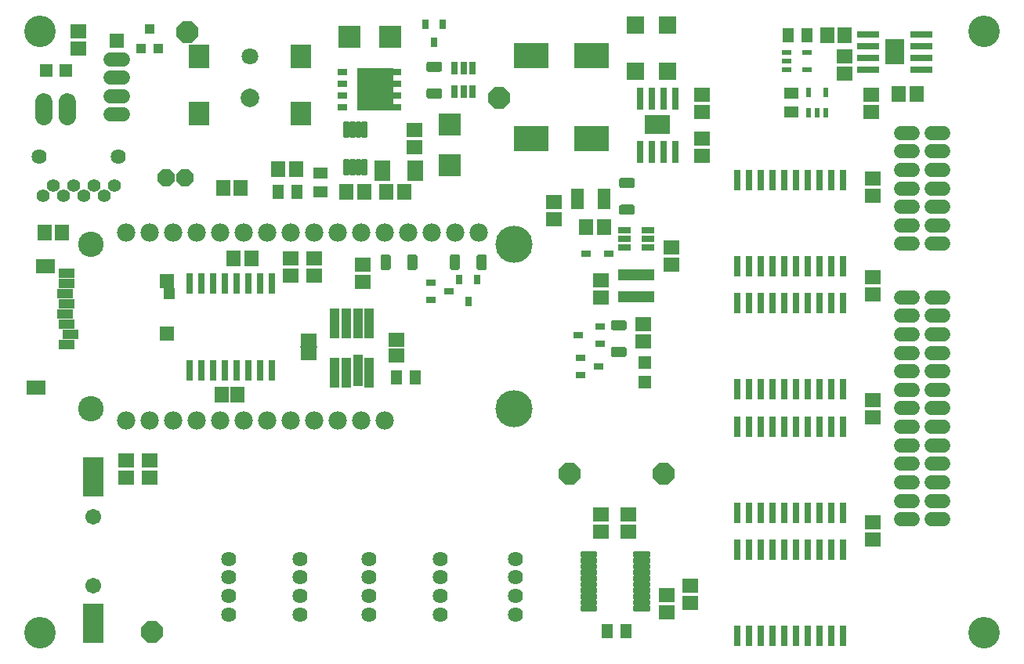
<source format=gbr>
G04 EAGLE Gerber RS-274X export*
G75*
%MOMM*%
%FSLAX34Y34*%
%LPD*%
%INSoldermask Top*%
%IPPOS*%
%AMOC8*
5,1,8,0,0,1.08239X$1,22.5*%
G01*
%ADD10C,3.403200*%
%ADD11R,1.703200X1.503200*%
%ADD12R,1.003200X1.103200*%
%ADD13C,1.853200*%
%ADD14C,2.743200*%
%ADD15C,4.013200*%
%ADD16C,1.981200*%
%ADD17R,1.625600X1.625600*%
%ADD18C,1.511200*%
%ADD19R,1.603200X1.303200*%
%ADD20R,1.303200X1.603200*%
%ADD21R,2.203200X2.603200*%
%ADD22C,1.803200*%
%ADD23C,2.003200*%
%ADD24R,0.736600X2.184400*%
%ADD25R,1.503200X1.703200*%
%ADD26C,1.703200*%
%ADD27R,2.203200X4.203200*%
%ADD28R,1.403200X1.403200*%
%ADD29R,1.348800X0.800300*%
%ADD30R,3.903200X1.183200*%
%ADD31R,1.003200X0.803200*%
%ADD32R,1.443200X2.223200*%
%ADD33R,0.803200X2.203200*%
%ADD34R,0.653200X2.353200*%
%ADD35R,2.744400X1.993600*%
%ADD36R,3.703200X2.703200*%
%ADD37R,1.853200X1.853200*%
%ADD38R,2.353200X0.653200*%
%ADD39R,1.993600X2.744400*%
%ADD40R,0.603200X1.003200*%
%ADD41R,1.003200X0.603200*%
%ADD42C,1.411200*%
%ADD43C,1.625600*%
%ADD44C,0.306600*%
%ADD45R,1.053200X0.703200*%
%ADD46R,3.953200X4.613200*%
%ADD47R,2.353200X2.403200*%
%ADD48R,2.403200X2.353200*%
%ADD49R,1.703200X2.303200*%
%ADD50R,1.092200X3.203200*%
%ADD51R,1.092200X3.403200*%
%ADD52R,1.803400X1.371600*%
%ADD53R,1.828800X0.152400*%
%ADD54R,0.800300X1.348800*%
%ADD55R,1.083300X0.772400*%
%ADD56R,0.772400X1.083300*%
%ADD57R,0.803200X1.003200*%
%ADD58R,1.603200X1.503200*%
%ADD59R,1.153200X1.203200*%
%ADD60R,1.703200X1.003200*%
%ADD61R,2.103200X1.603200*%
%ADD62P,2.556822X8X22.500000*%
%ADD63P,2.034460X8X202.500000*%

G36*
X347647Y348062D02*
X347647Y348062D01*
X347649Y348061D01*
X347692Y348081D01*
X347736Y348099D01*
X347736Y348101D01*
X347738Y348102D01*
X347771Y348187D01*
X347771Y370793D01*
X347770Y370795D01*
X347771Y370797D01*
X347751Y370840D01*
X347733Y370884D01*
X347731Y370884D01*
X347730Y370886D01*
X347645Y370919D01*
X338755Y370919D01*
X338753Y370918D01*
X338751Y370919D01*
X338708Y370899D01*
X338664Y370881D01*
X338664Y370879D01*
X338662Y370878D01*
X338629Y370793D01*
X338629Y348187D01*
X338630Y348185D01*
X338629Y348183D01*
X338649Y348140D01*
X338667Y348096D01*
X338669Y348096D01*
X338670Y348094D01*
X338755Y348061D01*
X347645Y348061D01*
X347647Y348062D01*
G37*
G36*
X360147Y348062D02*
X360147Y348062D01*
X360149Y348061D01*
X360192Y348081D01*
X360236Y348099D01*
X360236Y348101D01*
X360238Y348102D01*
X360271Y348187D01*
X360271Y370793D01*
X360270Y370795D01*
X360271Y370797D01*
X360251Y370840D01*
X360233Y370884D01*
X360231Y370884D01*
X360230Y370886D01*
X360145Y370919D01*
X351255Y370919D01*
X351253Y370918D01*
X351251Y370919D01*
X351208Y370899D01*
X351164Y370881D01*
X351164Y370879D01*
X351162Y370878D01*
X351129Y370793D01*
X351129Y348187D01*
X351130Y348185D01*
X351129Y348183D01*
X351149Y348140D01*
X351167Y348096D01*
X351169Y348096D01*
X351170Y348094D01*
X351255Y348061D01*
X360145Y348061D01*
X360147Y348062D01*
G37*
G36*
X385147Y348062D02*
X385147Y348062D01*
X385149Y348061D01*
X385192Y348081D01*
X385236Y348099D01*
X385236Y348101D01*
X385238Y348102D01*
X385271Y348187D01*
X385271Y370793D01*
X385270Y370795D01*
X385271Y370797D01*
X385251Y370840D01*
X385233Y370884D01*
X385231Y370884D01*
X385230Y370886D01*
X385145Y370919D01*
X376255Y370919D01*
X376253Y370918D01*
X376251Y370919D01*
X376208Y370899D01*
X376164Y370881D01*
X376164Y370879D01*
X376162Y370878D01*
X376129Y370793D01*
X376129Y348187D01*
X376130Y348185D01*
X376129Y348183D01*
X376149Y348140D01*
X376167Y348096D01*
X376169Y348096D01*
X376170Y348094D01*
X376255Y348061D01*
X385145Y348061D01*
X385147Y348062D01*
G37*
G36*
X372647Y348062D02*
X372647Y348062D01*
X372649Y348061D01*
X372692Y348081D01*
X372736Y348099D01*
X372736Y348101D01*
X372738Y348102D01*
X372771Y348187D01*
X372771Y370793D01*
X372770Y370795D01*
X372771Y370797D01*
X372751Y370840D01*
X372733Y370884D01*
X372731Y370884D01*
X372730Y370886D01*
X372645Y370919D01*
X363755Y370919D01*
X363753Y370918D01*
X363751Y370919D01*
X363708Y370899D01*
X363664Y370881D01*
X363664Y370879D01*
X363662Y370878D01*
X363629Y370793D01*
X363629Y348187D01*
X363630Y348185D01*
X363629Y348183D01*
X363649Y348140D01*
X363667Y348096D01*
X363669Y348096D01*
X363670Y348094D01*
X363755Y348061D01*
X372645Y348061D01*
X372647Y348062D01*
G37*
G36*
X385147Y294562D02*
X385147Y294562D01*
X385149Y294561D01*
X385192Y294581D01*
X385236Y294599D01*
X385236Y294601D01*
X385238Y294602D01*
X385271Y294687D01*
X385271Y317293D01*
X385270Y317295D01*
X385271Y317297D01*
X385251Y317340D01*
X385233Y317384D01*
X385231Y317384D01*
X385230Y317386D01*
X385145Y317419D01*
X376255Y317419D01*
X376253Y317418D01*
X376251Y317419D01*
X376208Y317399D01*
X376164Y317381D01*
X376164Y317379D01*
X376162Y317378D01*
X376129Y317293D01*
X376129Y294687D01*
X376130Y294685D01*
X376129Y294683D01*
X376149Y294640D01*
X376167Y294596D01*
X376169Y294596D01*
X376170Y294594D01*
X376255Y294561D01*
X385145Y294561D01*
X385147Y294562D01*
G37*
G36*
X372647Y294562D02*
X372647Y294562D01*
X372649Y294561D01*
X372692Y294581D01*
X372736Y294599D01*
X372736Y294601D01*
X372738Y294602D01*
X372771Y294687D01*
X372771Y317293D01*
X372770Y317295D01*
X372771Y317297D01*
X372751Y317340D01*
X372733Y317384D01*
X372731Y317384D01*
X372730Y317386D01*
X372645Y317419D01*
X363755Y317419D01*
X363753Y317418D01*
X363751Y317419D01*
X363708Y317399D01*
X363664Y317381D01*
X363664Y317379D01*
X363662Y317378D01*
X363629Y317293D01*
X363629Y294687D01*
X363630Y294685D01*
X363629Y294683D01*
X363649Y294640D01*
X363667Y294596D01*
X363669Y294596D01*
X363670Y294594D01*
X363755Y294561D01*
X372645Y294561D01*
X372647Y294562D01*
G37*
G36*
X360147Y294562D02*
X360147Y294562D01*
X360149Y294561D01*
X360192Y294581D01*
X360236Y294599D01*
X360236Y294601D01*
X360238Y294602D01*
X360271Y294687D01*
X360271Y317293D01*
X360270Y317295D01*
X360271Y317297D01*
X360251Y317340D01*
X360233Y317384D01*
X360231Y317384D01*
X360230Y317386D01*
X360145Y317419D01*
X351255Y317419D01*
X351253Y317418D01*
X351251Y317419D01*
X351208Y317399D01*
X351164Y317381D01*
X351164Y317379D01*
X351162Y317378D01*
X351129Y317293D01*
X351129Y294687D01*
X351130Y294685D01*
X351129Y294683D01*
X351149Y294640D01*
X351167Y294596D01*
X351169Y294596D01*
X351170Y294594D01*
X351255Y294561D01*
X360145Y294561D01*
X360147Y294562D01*
G37*
G36*
X347647Y294562D02*
X347647Y294562D01*
X347649Y294561D01*
X347692Y294581D01*
X347736Y294599D01*
X347736Y294601D01*
X347738Y294602D01*
X347771Y294687D01*
X347771Y317293D01*
X347770Y317295D01*
X347771Y317297D01*
X347751Y317340D01*
X347733Y317384D01*
X347731Y317384D01*
X347730Y317386D01*
X347645Y317419D01*
X338755Y317419D01*
X338753Y317418D01*
X338751Y317419D01*
X338708Y317399D01*
X338664Y317381D01*
X338664Y317379D01*
X338662Y317378D01*
X338629Y317293D01*
X338629Y294687D01*
X338630Y294685D01*
X338629Y294683D01*
X338649Y294640D01*
X338667Y294596D01*
X338669Y294596D01*
X338670Y294594D01*
X338755Y294561D01*
X347645Y294561D01*
X347647Y294562D01*
G37*
G36*
X476132Y417003D02*
X476132Y417003D01*
X476134Y417001D01*
X476525Y417032D01*
X476529Y417036D01*
X476532Y417033D01*
X476914Y417124D01*
X476918Y417129D01*
X476922Y417127D01*
X477284Y417277D01*
X477287Y417282D01*
X477291Y417280D01*
X477625Y417485D01*
X477627Y417490D01*
X477631Y417490D01*
X477930Y417745D01*
X477931Y417750D01*
X477935Y417750D01*
X478190Y418049D01*
X478191Y418055D01*
X478195Y418055D01*
X478400Y418389D01*
X478399Y418395D01*
X478404Y418396D01*
X478554Y418758D01*
X478553Y418760D01*
X478554Y418760D01*
X478552Y418763D01*
X478552Y418764D01*
X478556Y418766D01*
X478647Y419148D01*
X478645Y419153D01*
X478647Y419154D01*
X478648Y419155D01*
X478679Y419546D01*
X478677Y419549D01*
X478679Y419550D01*
X478648Y431741D01*
X478643Y431748D01*
X478647Y431752D01*
X478556Y432134D01*
X478551Y432138D01*
X478554Y432142D01*
X478404Y432504D01*
X478398Y432507D01*
X478400Y432511D01*
X478195Y432845D01*
X478190Y432847D01*
X478190Y432851D01*
X477935Y433150D01*
X477930Y433151D01*
X477930Y433155D01*
X477631Y433410D01*
X477625Y433411D01*
X477625Y433415D01*
X477291Y433620D01*
X477285Y433619D01*
X477284Y433624D01*
X476922Y433774D01*
X476916Y433772D01*
X476914Y433776D01*
X476532Y433867D01*
X476527Y433865D01*
X476525Y433868D01*
X476134Y433899D01*
X476131Y433897D01*
X476130Y433899D01*
X470330Y433899D01*
X470328Y433897D01*
X470326Y433899D01*
X469935Y433868D01*
X469931Y433864D01*
X469928Y433867D01*
X469546Y433776D01*
X469542Y433771D01*
X469538Y433774D01*
X469176Y433624D01*
X469173Y433618D01*
X469169Y433620D01*
X468835Y433415D01*
X468833Y433410D01*
X468829Y433410D01*
X468530Y433155D01*
X468529Y433150D01*
X468525Y433150D01*
X468270Y432851D01*
X468269Y432845D01*
X468265Y432845D01*
X468060Y432511D01*
X468061Y432505D01*
X468057Y432504D01*
X467907Y432142D01*
X467908Y432137D01*
X467906Y432135D01*
X467904Y432134D01*
X467813Y431752D01*
X467815Y431747D01*
X467812Y431745D01*
X467781Y431354D01*
X467783Y431351D01*
X467781Y431350D01*
X467812Y419159D01*
X467817Y419152D01*
X467813Y419148D01*
X467904Y418766D01*
X467909Y418762D01*
X467907Y418758D01*
X468057Y418396D01*
X468062Y418393D01*
X468060Y418389D01*
X468265Y418055D01*
X468270Y418053D01*
X468270Y418049D01*
X468525Y417750D01*
X468530Y417749D01*
X468530Y417745D01*
X468829Y417490D01*
X468835Y417489D01*
X468835Y417485D01*
X469169Y417280D01*
X469175Y417281D01*
X469176Y417277D01*
X469538Y417127D01*
X469544Y417128D01*
X469546Y417124D01*
X469928Y417033D01*
X469933Y417035D01*
X469935Y417032D01*
X470326Y417001D01*
X470329Y417003D01*
X470330Y417001D01*
X476130Y417001D01*
X476132Y417003D01*
G37*
G36*
X401202Y417003D02*
X401202Y417003D01*
X401204Y417001D01*
X401595Y417032D01*
X401599Y417036D01*
X401602Y417033D01*
X401984Y417124D01*
X401988Y417129D01*
X401992Y417127D01*
X402354Y417277D01*
X402357Y417282D01*
X402361Y417280D01*
X402695Y417485D01*
X402697Y417490D01*
X402701Y417490D01*
X403000Y417745D01*
X403001Y417750D01*
X403005Y417750D01*
X403260Y418049D01*
X403261Y418055D01*
X403265Y418055D01*
X403470Y418389D01*
X403469Y418395D01*
X403474Y418396D01*
X403624Y418758D01*
X403623Y418760D01*
X403624Y418760D01*
X403622Y418763D01*
X403622Y418764D01*
X403626Y418766D01*
X403717Y419148D01*
X403715Y419153D01*
X403717Y419154D01*
X403718Y419155D01*
X403749Y419546D01*
X403747Y419549D01*
X403749Y419550D01*
X403718Y431741D01*
X403713Y431748D01*
X403717Y431752D01*
X403626Y432134D01*
X403621Y432138D01*
X403624Y432142D01*
X403474Y432504D01*
X403468Y432507D01*
X403470Y432511D01*
X403265Y432845D01*
X403260Y432847D01*
X403260Y432851D01*
X403005Y433150D01*
X403000Y433151D01*
X403000Y433155D01*
X402701Y433410D01*
X402695Y433411D01*
X402695Y433415D01*
X402361Y433620D01*
X402355Y433619D01*
X402354Y433624D01*
X401992Y433774D01*
X401986Y433772D01*
X401984Y433776D01*
X401602Y433867D01*
X401597Y433865D01*
X401595Y433868D01*
X401204Y433899D01*
X401201Y433897D01*
X401200Y433899D01*
X395400Y433899D01*
X395398Y433897D01*
X395396Y433899D01*
X395005Y433868D01*
X395001Y433864D01*
X394998Y433867D01*
X394616Y433776D01*
X394612Y433771D01*
X394608Y433774D01*
X394246Y433624D01*
X394243Y433618D01*
X394239Y433620D01*
X393905Y433415D01*
X393903Y433410D01*
X393899Y433410D01*
X393600Y433155D01*
X393599Y433150D01*
X393595Y433150D01*
X393340Y432851D01*
X393339Y432845D01*
X393335Y432845D01*
X393130Y432511D01*
X393131Y432505D01*
X393127Y432504D01*
X392977Y432142D01*
X392978Y432137D01*
X392976Y432135D01*
X392974Y432134D01*
X392883Y431752D01*
X392885Y431747D01*
X392882Y431745D01*
X392851Y431354D01*
X392853Y431351D01*
X392851Y431350D01*
X392882Y419159D01*
X392887Y419152D01*
X392883Y419148D01*
X392974Y418766D01*
X392979Y418762D01*
X392977Y418758D01*
X393127Y418396D01*
X393132Y418393D01*
X393130Y418389D01*
X393335Y418055D01*
X393340Y418053D01*
X393340Y418049D01*
X393595Y417750D01*
X393600Y417749D01*
X393600Y417745D01*
X393899Y417490D01*
X393905Y417489D01*
X393905Y417485D01*
X394239Y417280D01*
X394245Y417281D01*
X394246Y417277D01*
X394608Y417127D01*
X394614Y417128D01*
X394616Y417124D01*
X394998Y417033D01*
X395003Y417035D01*
X395005Y417032D01*
X395396Y417001D01*
X395399Y417003D01*
X395400Y417001D01*
X401200Y417001D01*
X401202Y417003D01*
G37*
G36*
X430102Y417003D02*
X430102Y417003D01*
X430104Y417001D01*
X430495Y417032D01*
X430499Y417036D01*
X430502Y417033D01*
X430884Y417124D01*
X430888Y417129D01*
X430892Y417127D01*
X431254Y417277D01*
X431257Y417282D01*
X431261Y417280D01*
X431595Y417485D01*
X431597Y417490D01*
X431601Y417490D01*
X431900Y417745D01*
X431901Y417750D01*
X431905Y417750D01*
X432160Y418049D01*
X432161Y418055D01*
X432165Y418055D01*
X432370Y418389D01*
X432369Y418395D01*
X432374Y418396D01*
X432524Y418758D01*
X432523Y418760D01*
X432524Y418760D01*
X432522Y418763D01*
X432522Y418764D01*
X432526Y418766D01*
X432617Y419148D01*
X432615Y419153D01*
X432617Y419154D01*
X432618Y419155D01*
X432649Y419546D01*
X432647Y419549D01*
X432649Y419550D01*
X432618Y431741D01*
X432613Y431748D01*
X432617Y431752D01*
X432526Y432134D01*
X432521Y432138D01*
X432524Y432142D01*
X432374Y432504D01*
X432368Y432507D01*
X432370Y432511D01*
X432165Y432845D01*
X432160Y432847D01*
X432160Y432851D01*
X431905Y433150D01*
X431900Y433151D01*
X431900Y433155D01*
X431601Y433410D01*
X431595Y433411D01*
X431595Y433415D01*
X431261Y433620D01*
X431255Y433619D01*
X431254Y433624D01*
X430892Y433774D01*
X430886Y433772D01*
X430884Y433776D01*
X430502Y433867D01*
X430497Y433865D01*
X430495Y433868D01*
X430104Y433899D01*
X430101Y433897D01*
X430100Y433899D01*
X424300Y433899D01*
X424298Y433897D01*
X424296Y433899D01*
X423905Y433868D01*
X423901Y433864D01*
X423898Y433867D01*
X423516Y433776D01*
X423512Y433771D01*
X423508Y433774D01*
X423146Y433624D01*
X423143Y433618D01*
X423139Y433620D01*
X422805Y433415D01*
X422803Y433410D01*
X422799Y433410D01*
X422500Y433155D01*
X422499Y433150D01*
X422495Y433150D01*
X422240Y432851D01*
X422239Y432845D01*
X422235Y432845D01*
X422030Y432511D01*
X422031Y432505D01*
X422027Y432504D01*
X421877Y432142D01*
X421878Y432137D01*
X421876Y432135D01*
X421874Y432134D01*
X421783Y431752D01*
X421785Y431747D01*
X421782Y431745D01*
X421751Y431354D01*
X421753Y431351D01*
X421751Y431350D01*
X421782Y419159D01*
X421787Y419152D01*
X421783Y419148D01*
X421874Y418766D01*
X421879Y418762D01*
X421877Y418758D01*
X422027Y418396D01*
X422032Y418393D01*
X422030Y418389D01*
X422235Y418055D01*
X422240Y418053D01*
X422240Y418049D01*
X422495Y417750D01*
X422500Y417749D01*
X422500Y417745D01*
X422799Y417490D01*
X422805Y417489D01*
X422805Y417485D01*
X423139Y417280D01*
X423145Y417281D01*
X423146Y417277D01*
X423508Y417127D01*
X423514Y417128D01*
X423516Y417124D01*
X423898Y417033D01*
X423903Y417035D01*
X423905Y417032D01*
X424296Y417001D01*
X424299Y417003D01*
X424300Y417001D01*
X430100Y417001D01*
X430102Y417003D01*
G37*
G36*
X505032Y417003D02*
X505032Y417003D01*
X505034Y417001D01*
X505425Y417032D01*
X505429Y417036D01*
X505432Y417033D01*
X505814Y417124D01*
X505818Y417129D01*
X505822Y417127D01*
X506184Y417277D01*
X506187Y417282D01*
X506191Y417280D01*
X506525Y417485D01*
X506527Y417490D01*
X506531Y417490D01*
X506830Y417745D01*
X506831Y417750D01*
X506835Y417750D01*
X507090Y418049D01*
X507091Y418055D01*
X507095Y418055D01*
X507300Y418389D01*
X507299Y418395D01*
X507304Y418396D01*
X507454Y418758D01*
X507453Y418760D01*
X507454Y418760D01*
X507452Y418763D01*
X507452Y418764D01*
X507456Y418766D01*
X507547Y419148D01*
X507545Y419153D01*
X507547Y419154D01*
X507548Y419155D01*
X507579Y419546D01*
X507577Y419549D01*
X507579Y419550D01*
X507548Y431741D01*
X507543Y431748D01*
X507547Y431752D01*
X507456Y432134D01*
X507451Y432138D01*
X507454Y432142D01*
X507304Y432504D01*
X507298Y432507D01*
X507300Y432511D01*
X507095Y432845D01*
X507090Y432847D01*
X507090Y432851D01*
X506835Y433150D01*
X506830Y433151D01*
X506830Y433155D01*
X506531Y433410D01*
X506525Y433411D01*
X506525Y433415D01*
X506191Y433620D01*
X506185Y433619D01*
X506184Y433624D01*
X505822Y433774D01*
X505816Y433772D01*
X505814Y433776D01*
X505432Y433867D01*
X505427Y433865D01*
X505425Y433868D01*
X505034Y433899D01*
X505031Y433897D01*
X505030Y433899D01*
X499230Y433899D01*
X499228Y433897D01*
X499226Y433899D01*
X498835Y433868D01*
X498831Y433864D01*
X498828Y433867D01*
X498446Y433776D01*
X498442Y433771D01*
X498438Y433774D01*
X498076Y433624D01*
X498073Y433618D01*
X498069Y433620D01*
X497735Y433415D01*
X497733Y433410D01*
X497729Y433410D01*
X497430Y433155D01*
X497429Y433150D01*
X497425Y433150D01*
X497170Y432851D01*
X497169Y432845D01*
X497165Y432845D01*
X496960Y432511D01*
X496961Y432505D01*
X496957Y432504D01*
X496807Y432142D01*
X496808Y432137D01*
X496806Y432135D01*
X496804Y432134D01*
X496713Y431752D01*
X496715Y431747D01*
X496712Y431745D01*
X496681Y431354D01*
X496683Y431351D01*
X496681Y431350D01*
X496712Y419159D01*
X496717Y419152D01*
X496713Y419148D01*
X496804Y418766D01*
X496809Y418762D01*
X496807Y418758D01*
X496957Y418396D01*
X496962Y418393D01*
X496960Y418389D01*
X497165Y418055D01*
X497170Y418053D01*
X497170Y418049D01*
X497425Y417750D01*
X497430Y417749D01*
X497430Y417745D01*
X497729Y417490D01*
X497735Y417489D01*
X497735Y417485D01*
X498069Y417280D01*
X498075Y417281D01*
X498076Y417277D01*
X498438Y417127D01*
X498444Y417128D01*
X498446Y417124D01*
X498828Y417033D01*
X498833Y417035D01*
X498835Y417032D01*
X499226Y417001D01*
X499229Y417003D01*
X499230Y417001D01*
X505030Y417001D01*
X505032Y417003D01*
G37*
G36*
X457141Y631332D02*
X457141Y631332D01*
X457148Y631337D01*
X457152Y631333D01*
X457534Y631424D01*
X457538Y631429D01*
X457542Y631427D01*
X457904Y631577D01*
X457907Y631582D01*
X457911Y631580D01*
X458245Y631785D01*
X458247Y631790D01*
X458251Y631790D01*
X458550Y632045D01*
X458551Y632050D01*
X458555Y632050D01*
X458810Y632349D01*
X458811Y632355D01*
X458815Y632355D01*
X459020Y632689D01*
X459019Y632695D01*
X459024Y632696D01*
X459174Y633058D01*
X459173Y633060D01*
X459174Y633060D01*
X459172Y633063D01*
X459172Y633064D01*
X459176Y633066D01*
X459267Y633448D01*
X459265Y633453D01*
X459267Y633454D01*
X459268Y633455D01*
X459299Y633846D01*
X459297Y633849D01*
X459299Y633850D01*
X459299Y639650D01*
X459297Y639652D01*
X459299Y639654D01*
X459268Y640045D01*
X459264Y640049D01*
X459267Y640052D01*
X459176Y640434D01*
X459171Y640438D01*
X459174Y640442D01*
X459024Y640804D01*
X459018Y640807D01*
X459020Y640811D01*
X458815Y641145D01*
X458810Y641147D01*
X458810Y641151D01*
X458555Y641450D01*
X458550Y641451D01*
X458550Y641455D01*
X458251Y641710D01*
X458245Y641711D01*
X458245Y641715D01*
X457911Y641920D01*
X457905Y641919D01*
X457904Y641924D01*
X457542Y642074D01*
X457536Y642072D01*
X457534Y642076D01*
X457152Y642167D01*
X457147Y642165D01*
X457145Y642168D01*
X456754Y642199D01*
X456751Y642197D01*
X456750Y642199D01*
X444559Y642168D01*
X444552Y642163D01*
X444548Y642167D01*
X444166Y642076D01*
X444162Y642071D01*
X444158Y642074D01*
X443796Y641924D01*
X443793Y641918D01*
X443789Y641920D01*
X443455Y641715D01*
X443453Y641710D01*
X443449Y641710D01*
X443150Y641455D01*
X443149Y641450D01*
X443145Y641450D01*
X442890Y641151D01*
X442889Y641145D01*
X442885Y641145D01*
X442680Y640811D01*
X442681Y640805D01*
X442677Y640804D01*
X442527Y640442D01*
X442528Y640436D01*
X442524Y640434D01*
X442433Y640052D01*
X442435Y640047D01*
X442432Y640045D01*
X442401Y639654D01*
X442403Y639651D01*
X442401Y639650D01*
X442401Y633850D01*
X442403Y633848D01*
X442401Y633846D01*
X442432Y633455D01*
X442436Y633451D01*
X442433Y633448D01*
X442524Y633066D01*
X442529Y633062D01*
X442527Y633058D01*
X442677Y632696D01*
X442682Y632693D01*
X442680Y632689D01*
X442885Y632355D01*
X442890Y632353D01*
X442890Y632349D01*
X443145Y632050D01*
X443150Y632049D01*
X443150Y632045D01*
X443449Y631790D01*
X443455Y631789D01*
X443455Y631785D01*
X443789Y631580D01*
X443795Y631581D01*
X443796Y631577D01*
X444158Y631427D01*
X444164Y631428D01*
X444166Y631424D01*
X444548Y631333D01*
X444553Y631335D01*
X444555Y631332D01*
X444946Y631301D01*
X444949Y631303D01*
X444950Y631301D01*
X457141Y631332D01*
G37*
G36*
X457141Y602432D02*
X457141Y602432D01*
X457148Y602437D01*
X457152Y602433D01*
X457534Y602524D01*
X457538Y602529D01*
X457542Y602527D01*
X457904Y602677D01*
X457907Y602682D01*
X457911Y602680D01*
X458245Y602885D01*
X458247Y602890D01*
X458251Y602890D01*
X458550Y603145D01*
X458551Y603150D01*
X458555Y603150D01*
X458810Y603449D01*
X458811Y603455D01*
X458815Y603455D01*
X459020Y603789D01*
X459019Y603795D01*
X459024Y603796D01*
X459174Y604158D01*
X459173Y604160D01*
X459174Y604160D01*
X459172Y604163D01*
X459172Y604164D01*
X459176Y604166D01*
X459267Y604548D01*
X459265Y604553D01*
X459267Y604554D01*
X459268Y604555D01*
X459299Y604946D01*
X459297Y604949D01*
X459299Y604950D01*
X459299Y610750D01*
X459297Y610752D01*
X459299Y610754D01*
X459268Y611145D01*
X459264Y611149D01*
X459267Y611152D01*
X459176Y611534D01*
X459171Y611538D01*
X459174Y611542D01*
X459024Y611904D01*
X459018Y611907D01*
X459020Y611911D01*
X458815Y612245D01*
X458810Y612247D01*
X458810Y612251D01*
X458555Y612550D01*
X458550Y612551D01*
X458550Y612555D01*
X458251Y612810D01*
X458245Y612811D01*
X458245Y612815D01*
X457911Y613020D01*
X457905Y613019D01*
X457904Y613024D01*
X457542Y613174D01*
X457536Y613172D01*
X457534Y613176D01*
X457152Y613267D01*
X457147Y613265D01*
X457145Y613268D01*
X456754Y613299D01*
X456751Y613297D01*
X456750Y613299D01*
X444559Y613268D01*
X444552Y613263D01*
X444548Y613267D01*
X444166Y613176D01*
X444162Y613171D01*
X444158Y613174D01*
X443796Y613024D01*
X443793Y613018D01*
X443789Y613020D01*
X443455Y612815D01*
X443453Y612810D01*
X443449Y612810D01*
X443150Y612555D01*
X443149Y612550D01*
X443145Y612550D01*
X442890Y612251D01*
X442889Y612245D01*
X442885Y612245D01*
X442680Y611911D01*
X442681Y611905D01*
X442677Y611904D01*
X442527Y611542D01*
X442528Y611536D01*
X442524Y611534D01*
X442433Y611152D01*
X442435Y611147D01*
X442432Y611145D01*
X442401Y610754D01*
X442403Y610751D01*
X442401Y610750D01*
X442401Y604950D01*
X442403Y604948D01*
X442401Y604946D01*
X442432Y604555D01*
X442436Y604551D01*
X442433Y604548D01*
X442524Y604166D01*
X442529Y604162D01*
X442527Y604158D01*
X442677Y603796D01*
X442682Y603793D01*
X442680Y603789D01*
X442885Y603455D01*
X442890Y603453D01*
X442890Y603449D01*
X443145Y603150D01*
X443150Y603149D01*
X443150Y603145D01*
X443449Y602890D01*
X443455Y602889D01*
X443455Y602885D01*
X443789Y602680D01*
X443795Y602681D01*
X443796Y602677D01*
X444158Y602527D01*
X444164Y602528D01*
X444166Y602524D01*
X444548Y602433D01*
X444553Y602435D01*
X444555Y602432D01*
X444946Y602401D01*
X444949Y602403D01*
X444950Y602401D01*
X457141Y602432D01*
G37*
G36*
X665421Y505602D02*
X665421Y505602D01*
X665428Y505607D01*
X665432Y505603D01*
X665814Y505694D01*
X665818Y505699D01*
X665822Y505697D01*
X666184Y505847D01*
X666187Y505852D01*
X666191Y505850D01*
X666525Y506055D01*
X666527Y506060D01*
X666531Y506060D01*
X666830Y506315D01*
X666831Y506320D01*
X666835Y506320D01*
X667090Y506619D01*
X667091Y506625D01*
X667095Y506625D01*
X667300Y506959D01*
X667299Y506965D01*
X667304Y506966D01*
X667454Y507328D01*
X667453Y507330D01*
X667454Y507330D01*
X667452Y507333D01*
X667452Y507334D01*
X667456Y507336D01*
X667547Y507718D01*
X667545Y507723D01*
X667547Y507724D01*
X667548Y507725D01*
X667579Y508116D01*
X667577Y508119D01*
X667579Y508120D01*
X667579Y513920D01*
X667577Y513922D01*
X667579Y513924D01*
X667548Y514315D01*
X667544Y514319D01*
X667547Y514322D01*
X667456Y514704D01*
X667451Y514708D01*
X667454Y514712D01*
X667304Y515074D01*
X667298Y515077D01*
X667300Y515081D01*
X667095Y515415D01*
X667090Y515417D01*
X667090Y515421D01*
X666835Y515720D01*
X666830Y515721D01*
X666830Y515725D01*
X666531Y515980D01*
X666525Y515981D01*
X666525Y515985D01*
X666191Y516190D01*
X666185Y516189D01*
X666184Y516194D01*
X665822Y516344D01*
X665816Y516342D01*
X665814Y516346D01*
X665432Y516437D01*
X665427Y516435D01*
X665425Y516438D01*
X665034Y516469D01*
X665031Y516467D01*
X665030Y516469D01*
X652839Y516438D01*
X652832Y516433D01*
X652828Y516437D01*
X652446Y516346D01*
X652442Y516341D01*
X652438Y516344D01*
X652076Y516194D01*
X652073Y516188D01*
X652069Y516190D01*
X651735Y515985D01*
X651733Y515980D01*
X651729Y515980D01*
X651430Y515725D01*
X651429Y515720D01*
X651425Y515720D01*
X651170Y515421D01*
X651169Y515415D01*
X651165Y515415D01*
X650960Y515081D01*
X650961Y515075D01*
X650957Y515074D01*
X650807Y514712D01*
X650808Y514706D01*
X650804Y514704D01*
X650713Y514322D01*
X650715Y514317D01*
X650712Y514315D01*
X650681Y513924D01*
X650683Y513921D01*
X650681Y513920D01*
X650681Y508120D01*
X650683Y508118D01*
X650681Y508116D01*
X650712Y507725D01*
X650716Y507721D01*
X650713Y507718D01*
X650804Y507336D01*
X650809Y507332D01*
X650807Y507328D01*
X650957Y506966D01*
X650962Y506963D01*
X650960Y506959D01*
X651165Y506625D01*
X651170Y506623D01*
X651170Y506619D01*
X651425Y506320D01*
X651430Y506319D01*
X651430Y506315D01*
X651729Y506060D01*
X651735Y506059D01*
X651735Y506055D01*
X652069Y505850D01*
X652075Y505851D01*
X652076Y505847D01*
X652438Y505697D01*
X652444Y505698D01*
X652446Y505694D01*
X652828Y505603D01*
X652833Y505605D01*
X652835Y505602D01*
X653226Y505571D01*
X653229Y505573D01*
X653230Y505571D01*
X665421Y505602D01*
G37*
G36*
X665421Y476702D02*
X665421Y476702D01*
X665428Y476707D01*
X665432Y476703D01*
X665814Y476794D01*
X665818Y476799D01*
X665822Y476797D01*
X666184Y476947D01*
X666187Y476952D01*
X666191Y476950D01*
X666525Y477155D01*
X666527Y477160D01*
X666531Y477160D01*
X666830Y477415D01*
X666831Y477420D01*
X666835Y477420D01*
X667090Y477719D01*
X667091Y477725D01*
X667095Y477725D01*
X667300Y478059D01*
X667299Y478065D01*
X667304Y478066D01*
X667454Y478428D01*
X667453Y478430D01*
X667454Y478430D01*
X667452Y478433D01*
X667452Y478434D01*
X667456Y478436D01*
X667547Y478818D01*
X667545Y478823D01*
X667547Y478824D01*
X667548Y478825D01*
X667579Y479216D01*
X667577Y479219D01*
X667579Y479220D01*
X667579Y485020D01*
X667577Y485022D01*
X667579Y485024D01*
X667548Y485415D01*
X667544Y485419D01*
X667547Y485422D01*
X667456Y485804D01*
X667451Y485808D01*
X667454Y485812D01*
X667304Y486174D01*
X667298Y486177D01*
X667300Y486181D01*
X667095Y486515D01*
X667090Y486517D01*
X667090Y486521D01*
X666835Y486820D01*
X666830Y486821D01*
X666830Y486825D01*
X666531Y487080D01*
X666525Y487081D01*
X666525Y487085D01*
X666191Y487290D01*
X666185Y487289D01*
X666184Y487294D01*
X665822Y487444D01*
X665816Y487442D01*
X665814Y487446D01*
X665432Y487537D01*
X665427Y487535D01*
X665425Y487538D01*
X665034Y487569D01*
X665031Y487567D01*
X665030Y487569D01*
X652839Y487538D01*
X652832Y487533D01*
X652828Y487537D01*
X652446Y487446D01*
X652442Y487441D01*
X652438Y487444D01*
X652076Y487294D01*
X652073Y487288D01*
X652069Y487290D01*
X651735Y487085D01*
X651733Y487080D01*
X651729Y487080D01*
X651430Y486825D01*
X651429Y486820D01*
X651425Y486820D01*
X651170Y486521D01*
X651169Y486515D01*
X651165Y486515D01*
X650960Y486181D01*
X650961Y486175D01*
X650957Y486174D01*
X650807Y485812D01*
X650808Y485806D01*
X650804Y485804D01*
X650713Y485422D01*
X650715Y485417D01*
X650712Y485415D01*
X650681Y485024D01*
X650683Y485021D01*
X650681Y485020D01*
X650681Y479220D01*
X650683Y479218D01*
X650681Y479216D01*
X650712Y478825D01*
X650716Y478821D01*
X650713Y478818D01*
X650804Y478436D01*
X650809Y478432D01*
X650807Y478428D01*
X650957Y478066D01*
X650962Y478063D01*
X650960Y478059D01*
X651165Y477725D01*
X651170Y477723D01*
X651170Y477719D01*
X651425Y477420D01*
X651430Y477419D01*
X651430Y477415D01*
X651729Y477160D01*
X651735Y477159D01*
X651735Y477155D01*
X652069Y476950D01*
X652075Y476951D01*
X652076Y476947D01*
X652438Y476797D01*
X652444Y476798D01*
X652446Y476794D01*
X652828Y476703D01*
X652833Y476705D01*
X652835Y476702D01*
X653226Y476671D01*
X653229Y476673D01*
X653230Y476671D01*
X665421Y476702D01*
G37*
G36*
X656531Y351932D02*
X656531Y351932D01*
X656538Y351937D01*
X656542Y351933D01*
X656924Y352024D01*
X656928Y352029D01*
X656932Y352027D01*
X657294Y352177D01*
X657297Y352182D01*
X657301Y352180D01*
X657635Y352385D01*
X657637Y352390D01*
X657641Y352390D01*
X657940Y352645D01*
X657941Y352650D01*
X657945Y352650D01*
X658200Y352949D01*
X658201Y352955D01*
X658205Y352955D01*
X658410Y353289D01*
X658409Y353295D01*
X658414Y353296D01*
X658564Y353658D01*
X658563Y353660D01*
X658564Y353660D01*
X658562Y353663D01*
X658562Y353664D01*
X658566Y353666D01*
X658657Y354048D01*
X658655Y354053D01*
X658657Y354054D01*
X658658Y354055D01*
X658689Y354446D01*
X658687Y354449D01*
X658689Y354450D01*
X658689Y360250D01*
X658687Y360252D01*
X658689Y360254D01*
X658658Y360645D01*
X658654Y360649D01*
X658657Y360652D01*
X658566Y361034D01*
X658561Y361038D01*
X658564Y361042D01*
X658414Y361404D01*
X658408Y361407D01*
X658410Y361411D01*
X658205Y361745D01*
X658200Y361747D01*
X658200Y361751D01*
X657945Y362050D01*
X657940Y362051D01*
X657940Y362055D01*
X657641Y362310D01*
X657635Y362311D01*
X657635Y362315D01*
X657301Y362520D01*
X657295Y362519D01*
X657294Y362524D01*
X656932Y362674D01*
X656926Y362672D01*
X656924Y362676D01*
X656542Y362767D01*
X656537Y362765D01*
X656535Y362768D01*
X656144Y362799D01*
X656141Y362797D01*
X656140Y362799D01*
X643949Y362768D01*
X643942Y362763D01*
X643938Y362767D01*
X643556Y362676D01*
X643552Y362671D01*
X643548Y362674D01*
X643186Y362524D01*
X643183Y362518D01*
X643179Y362520D01*
X642845Y362315D01*
X642843Y362310D01*
X642839Y362310D01*
X642540Y362055D01*
X642539Y362050D01*
X642535Y362050D01*
X642280Y361751D01*
X642279Y361745D01*
X642275Y361745D01*
X642070Y361411D01*
X642071Y361405D01*
X642067Y361404D01*
X641917Y361042D01*
X641918Y361036D01*
X641914Y361034D01*
X641823Y360652D01*
X641825Y360647D01*
X641822Y360645D01*
X641791Y360254D01*
X641793Y360251D01*
X641791Y360250D01*
X641791Y354450D01*
X641793Y354448D01*
X641791Y354446D01*
X641822Y354055D01*
X641826Y354051D01*
X641823Y354048D01*
X641914Y353666D01*
X641919Y353662D01*
X641917Y353658D01*
X642067Y353296D01*
X642072Y353293D01*
X642070Y353289D01*
X642275Y352955D01*
X642280Y352953D01*
X642280Y352949D01*
X642535Y352650D01*
X642540Y352649D01*
X642540Y352645D01*
X642839Y352390D01*
X642845Y352389D01*
X642845Y352385D01*
X643179Y352180D01*
X643185Y352181D01*
X643186Y352177D01*
X643548Y352027D01*
X643554Y352028D01*
X643556Y352024D01*
X643938Y351933D01*
X643943Y351935D01*
X643945Y351932D01*
X644336Y351901D01*
X644339Y351903D01*
X644340Y351901D01*
X656531Y351932D01*
G37*
G36*
X656531Y323032D02*
X656531Y323032D01*
X656538Y323037D01*
X656542Y323033D01*
X656924Y323124D01*
X656928Y323129D01*
X656932Y323127D01*
X657294Y323277D01*
X657297Y323282D01*
X657301Y323280D01*
X657635Y323485D01*
X657637Y323490D01*
X657641Y323490D01*
X657940Y323745D01*
X657941Y323750D01*
X657945Y323750D01*
X658200Y324049D01*
X658201Y324055D01*
X658205Y324055D01*
X658410Y324389D01*
X658409Y324395D01*
X658414Y324396D01*
X658564Y324758D01*
X658563Y324760D01*
X658564Y324760D01*
X658562Y324763D01*
X658562Y324764D01*
X658566Y324766D01*
X658657Y325148D01*
X658655Y325153D01*
X658657Y325154D01*
X658658Y325155D01*
X658689Y325546D01*
X658687Y325549D01*
X658689Y325550D01*
X658689Y331350D01*
X658687Y331352D01*
X658689Y331354D01*
X658658Y331745D01*
X658654Y331749D01*
X658657Y331752D01*
X658566Y332134D01*
X658561Y332138D01*
X658564Y332142D01*
X658414Y332504D01*
X658408Y332507D01*
X658410Y332511D01*
X658205Y332845D01*
X658200Y332847D01*
X658200Y332851D01*
X657945Y333150D01*
X657940Y333151D01*
X657940Y333155D01*
X657641Y333410D01*
X657635Y333411D01*
X657635Y333415D01*
X657301Y333620D01*
X657295Y333619D01*
X657294Y333624D01*
X656932Y333774D01*
X656926Y333772D01*
X656924Y333776D01*
X656542Y333867D01*
X656537Y333865D01*
X656535Y333868D01*
X656144Y333899D01*
X656141Y333897D01*
X656140Y333899D01*
X643949Y333868D01*
X643942Y333863D01*
X643938Y333867D01*
X643556Y333776D01*
X643552Y333771D01*
X643548Y333774D01*
X643186Y333624D01*
X643183Y333618D01*
X643179Y333620D01*
X642845Y333415D01*
X642843Y333410D01*
X642839Y333410D01*
X642540Y333155D01*
X642539Y333150D01*
X642535Y333150D01*
X642280Y332851D01*
X642279Y332845D01*
X642275Y332845D01*
X642070Y332511D01*
X642071Y332505D01*
X642067Y332504D01*
X641917Y332142D01*
X641918Y332136D01*
X641914Y332134D01*
X641823Y331752D01*
X641825Y331747D01*
X641822Y331745D01*
X641791Y331354D01*
X641793Y331351D01*
X641791Y331350D01*
X641791Y325550D01*
X641793Y325548D01*
X641791Y325546D01*
X641822Y325155D01*
X641826Y325151D01*
X641823Y325148D01*
X641914Y324766D01*
X641919Y324762D01*
X641917Y324758D01*
X642067Y324396D01*
X642072Y324393D01*
X642070Y324389D01*
X642275Y324055D01*
X642280Y324053D01*
X642280Y324049D01*
X642535Y323750D01*
X642540Y323749D01*
X642540Y323745D01*
X642839Y323490D01*
X642845Y323489D01*
X642845Y323485D01*
X643179Y323280D01*
X643185Y323281D01*
X643186Y323277D01*
X643548Y323127D01*
X643554Y323128D01*
X643556Y323124D01*
X643938Y323033D01*
X643943Y323035D01*
X643945Y323032D01*
X644336Y323001D01*
X644339Y323003D01*
X644340Y323001D01*
X656531Y323032D01*
G37*
D10*
X25000Y25000D03*
X25000Y675000D03*
X1045000Y675000D03*
X1045000Y25000D03*
D11*
X66040Y655980D03*
X66040Y674980D03*
D12*
X134010Y656750D03*
X153010Y656750D03*
X143510Y677750D03*
D13*
X29410Y598800D02*
X29410Y582300D01*
X54410Y582300D02*
X54410Y598800D01*
D14*
X80010Y266700D03*
X80010Y444500D03*
D15*
X537210Y266700D03*
X537210Y444500D03*
D16*
X397510Y254000D03*
X372110Y254000D03*
X346710Y254000D03*
X321310Y254000D03*
X295910Y254000D03*
X270510Y254000D03*
X245110Y254000D03*
X219710Y254000D03*
X194310Y254000D03*
X168910Y254000D03*
X143510Y254000D03*
X118110Y254000D03*
X397510Y457200D03*
X372110Y457200D03*
X346710Y457200D03*
X321310Y457200D03*
X295910Y457200D03*
X270510Y457200D03*
X245110Y457200D03*
X219710Y457200D03*
X194310Y457200D03*
X168910Y457200D03*
X143510Y457200D03*
X118110Y457200D03*
X422910Y457200D03*
X448310Y457200D03*
X473710Y457200D03*
X499110Y457200D03*
D17*
X107950Y664840D03*
D18*
X114490Y644840D02*
X101410Y644840D01*
X101410Y624840D02*
X114490Y624840D01*
X114490Y604840D02*
X101410Y604840D01*
X101410Y584840D02*
X114490Y584840D01*
D19*
X327660Y501810D03*
X327660Y521810D03*
D20*
X282100Y501650D03*
X302100Y501650D03*
D11*
X143510Y211430D03*
X143510Y192430D03*
X118110Y211430D03*
X118110Y192430D03*
D21*
X306460Y647700D03*
X306460Y585700D03*
X196460Y585700D03*
X196460Y647700D03*
D22*
X251460Y647700D03*
D23*
X251460Y602700D03*
D24*
X275590Y402463D03*
X262890Y402463D03*
X250190Y402463D03*
X237490Y402463D03*
X224790Y402463D03*
X212090Y402463D03*
X199390Y402463D03*
X186690Y402463D03*
X186690Y308737D03*
X199390Y308737D03*
X212090Y308737D03*
X224790Y308737D03*
X237490Y308737D03*
X250190Y308737D03*
X262890Y308737D03*
X275590Y308737D03*
D25*
X238370Y281940D03*
X221370Y281940D03*
D26*
X82550Y149990D03*
X82550Y75490D03*
D27*
X82550Y34490D03*
X82550Y193390D03*
D28*
X31410Y632460D03*
X52410Y632460D03*
D29*
X682163Y441350D03*
X682163Y450850D03*
X682163Y460350D03*
X656417Y460350D03*
X656417Y450850D03*
X656417Y441350D03*
D11*
X707390Y441300D03*
X707390Y422300D03*
X631190Y386740D03*
X631190Y405740D03*
D25*
X634340Y463550D03*
X615340Y463550D03*
D30*
X669290Y411900D03*
X669290Y388200D03*
D31*
X639880Y434340D03*
X614880Y434340D03*
D28*
X678180Y295570D03*
X678180Y316570D03*
D32*
X605360Y494030D03*
X634160Y494030D03*
D11*
X580390Y490830D03*
X580390Y471830D03*
D33*
X892810Y514350D03*
X880110Y514350D03*
X867410Y514350D03*
X854710Y514350D03*
X842010Y514350D03*
X829310Y514350D03*
X816610Y514350D03*
X803910Y514350D03*
X791210Y514350D03*
X778510Y514350D03*
X892810Y421350D03*
X880110Y421350D03*
X867410Y421350D03*
X854710Y421350D03*
X842010Y421350D03*
X829310Y421350D03*
X816610Y421350D03*
X803910Y421350D03*
X791210Y421350D03*
X778510Y421350D03*
X892810Y381000D03*
X880110Y381000D03*
X867410Y381000D03*
X854710Y381000D03*
X842010Y381000D03*
X829310Y381000D03*
X816610Y381000D03*
X803910Y381000D03*
X791210Y381000D03*
X778510Y381000D03*
X892810Y288000D03*
X880110Y288000D03*
X867410Y288000D03*
X854710Y288000D03*
X842010Y288000D03*
X829310Y288000D03*
X816610Y288000D03*
X803910Y288000D03*
X791210Y288000D03*
X778510Y288000D03*
X892810Y247650D03*
X880110Y247650D03*
X867410Y247650D03*
X854710Y247650D03*
X842010Y247650D03*
X829310Y247650D03*
X816610Y247650D03*
X803910Y247650D03*
X791210Y247650D03*
X778510Y247650D03*
X892810Y154650D03*
X880110Y154650D03*
X867410Y154650D03*
X854710Y154650D03*
X842010Y154650D03*
X829310Y154650D03*
X816610Y154650D03*
X803910Y154650D03*
X791210Y154650D03*
X778510Y154650D03*
X892810Y114300D03*
X880110Y114300D03*
X867410Y114300D03*
X854710Y114300D03*
X842010Y114300D03*
X829310Y114300D03*
X816610Y114300D03*
X803910Y114300D03*
X791210Y114300D03*
X778510Y114300D03*
X892810Y21300D03*
X880110Y21300D03*
X867410Y21300D03*
X854710Y21300D03*
X842010Y21300D03*
X829310Y21300D03*
X816610Y21300D03*
X803910Y21300D03*
X791210Y21300D03*
X778510Y21300D03*
D34*
X673100Y544830D03*
X685800Y544830D03*
X698500Y544830D03*
X711200Y544830D03*
X673100Y602330D03*
X685800Y602330D03*
X698500Y602330D03*
X711200Y602330D03*
D35*
X692150Y574040D03*
D36*
X555510Y558800D03*
X620510Y558800D03*
D37*
X668020Y681430D03*
X703020Y681430D03*
X668020Y631430D03*
X703020Y631430D03*
D38*
X919480Y671830D03*
X919480Y659130D03*
X919480Y646430D03*
X919480Y633730D03*
X976980Y671830D03*
X976980Y659130D03*
X976980Y646430D03*
X976980Y633730D03*
D39*
X948690Y652780D03*
D40*
X855370Y586770D03*
X864870Y586770D03*
X874370Y586770D03*
X855370Y608770D03*
X874370Y608770D03*
D41*
X831880Y652120D03*
X831880Y642620D03*
X831880Y633120D03*
X853880Y652120D03*
X853880Y633120D03*
D19*
X836930Y608170D03*
X836930Y588170D03*
D20*
X853280Y670560D03*
X833280Y670560D03*
D25*
X301600Y525780D03*
X282600Y525780D03*
D11*
X924560Y516230D03*
X924560Y497230D03*
X924560Y390550D03*
X924560Y409550D03*
X924560Y257200D03*
X924560Y276200D03*
X740410Y606400D03*
X740410Y587400D03*
D25*
X972160Y607060D03*
X953160Y607060D03*
D11*
X894080Y648310D03*
X894080Y629310D03*
D25*
X894690Y670560D03*
X875690Y670560D03*
D11*
X740410Y559410D03*
X740410Y540410D03*
X923290Y587400D03*
X923290Y606400D03*
D42*
X105410Y508000D03*
X94488Y497078D03*
X83312Y508000D03*
X72390Y497078D03*
X61468Y508000D03*
X50292Y497078D03*
X39370Y508000D03*
X28448Y497078D03*
D43*
X109610Y539750D03*
X23610Y539750D03*
D25*
X48870Y457200D03*
X29870Y457200D03*
D18*
X954980Y387350D02*
X968060Y387350D01*
X968060Y367350D02*
X954980Y367350D01*
X954980Y347350D02*
X968060Y347350D01*
X968060Y327350D02*
X954980Y327350D01*
X954980Y307350D02*
X968060Y307350D01*
X968060Y287350D02*
X954980Y287350D01*
X954980Y267350D02*
X968060Y267350D01*
X968060Y247350D02*
X954980Y247350D01*
X954980Y227350D02*
X968060Y227350D01*
X968060Y207350D02*
X954980Y207350D01*
X954980Y187350D02*
X968060Y187350D01*
X968060Y167350D02*
X954980Y167350D01*
X954980Y147350D02*
X968060Y147350D01*
X988060Y147350D02*
X1001140Y147350D01*
X1001140Y167350D02*
X988060Y167350D01*
X988060Y187350D02*
X1001140Y187350D01*
X1001140Y207350D02*
X988060Y207350D01*
X988060Y227350D02*
X1001140Y227350D01*
X1001140Y247350D02*
X988060Y247350D01*
X988060Y267350D02*
X1001140Y267350D01*
X1001140Y287350D02*
X988060Y287350D01*
X988060Y307350D02*
X1001140Y307350D01*
X1001140Y327350D02*
X988060Y327350D01*
X988060Y347350D02*
X1001140Y347350D01*
X1001140Y367350D02*
X988060Y367350D01*
X988060Y387350D02*
X1001140Y387350D01*
D44*
X373977Y561117D02*
X373977Y575783D01*
X377043Y575783D01*
X377043Y561117D01*
X373977Y561117D01*
X373977Y564030D02*
X377043Y564030D01*
X377043Y566943D02*
X373977Y566943D01*
X373977Y569856D02*
X377043Y569856D01*
X377043Y572769D02*
X373977Y572769D01*
X373977Y575682D02*
X377043Y575682D01*
X367477Y575783D02*
X367477Y561117D01*
X367477Y575783D02*
X370543Y575783D01*
X370543Y561117D01*
X367477Y561117D01*
X367477Y564030D02*
X370543Y564030D01*
X370543Y566943D02*
X367477Y566943D01*
X367477Y569856D02*
X370543Y569856D01*
X370543Y572769D02*
X367477Y572769D01*
X367477Y575682D02*
X370543Y575682D01*
X360977Y575783D02*
X360977Y561117D01*
X360977Y575783D02*
X364043Y575783D01*
X364043Y561117D01*
X360977Y561117D01*
X360977Y564030D02*
X364043Y564030D01*
X364043Y566943D02*
X360977Y566943D01*
X360977Y569856D02*
X364043Y569856D01*
X364043Y572769D02*
X360977Y572769D01*
X360977Y575682D02*
X364043Y575682D01*
X354477Y575783D02*
X354477Y561117D01*
X354477Y575783D02*
X357543Y575783D01*
X357543Y561117D01*
X354477Y561117D01*
X354477Y564030D02*
X357543Y564030D01*
X357543Y566943D02*
X354477Y566943D01*
X354477Y569856D02*
X357543Y569856D01*
X357543Y572769D02*
X354477Y572769D01*
X354477Y575682D02*
X357543Y575682D01*
X354477Y535383D02*
X354477Y520717D01*
X354477Y535383D02*
X357543Y535383D01*
X357543Y520717D01*
X354477Y520717D01*
X354477Y523630D02*
X357543Y523630D01*
X357543Y526543D02*
X354477Y526543D01*
X354477Y529456D02*
X357543Y529456D01*
X357543Y532369D02*
X354477Y532369D01*
X354477Y535282D02*
X357543Y535282D01*
X360977Y535383D02*
X360977Y520717D01*
X360977Y535383D02*
X364043Y535383D01*
X364043Y520717D01*
X360977Y520717D01*
X360977Y523630D02*
X364043Y523630D01*
X364043Y526543D02*
X360977Y526543D01*
X360977Y529456D02*
X364043Y529456D01*
X364043Y532369D02*
X360977Y532369D01*
X360977Y535282D02*
X364043Y535282D01*
X367477Y535383D02*
X367477Y520717D01*
X367477Y535383D02*
X370543Y535383D01*
X370543Y520717D01*
X367477Y520717D01*
X367477Y523630D02*
X370543Y523630D01*
X370543Y526543D02*
X367477Y526543D01*
X367477Y529456D02*
X370543Y529456D01*
X370543Y532369D02*
X367477Y532369D01*
X367477Y535282D02*
X370543Y535282D01*
X373977Y535383D02*
X373977Y520717D01*
X373977Y535383D02*
X377043Y535383D01*
X377043Y520717D01*
X373977Y520717D01*
X373977Y523630D02*
X377043Y523630D01*
X377043Y526543D02*
X373977Y526543D01*
X373977Y529456D02*
X377043Y529456D01*
X377043Y532369D02*
X373977Y532369D01*
X373977Y535282D02*
X377043Y535282D01*
D45*
X352000Y631190D03*
X352000Y593090D03*
X352000Y618490D03*
X352000Y605790D03*
D31*
X410250Y593090D03*
X410250Y605790D03*
X410250Y618490D03*
X410250Y631190D03*
D46*
X387500Y612140D03*
D47*
X467360Y574450D03*
X467360Y530450D03*
D48*
X403000Y669290D03*
X359000Y669290D03*
D49*
X430750Y524510D03*
X394750Y524510D03*
D25*
X356260Y501650D03*
X375260Y501650D03*
X418440Y501650D03*
X399440Y501650D03*
D11*
X429260Y568300D03*
X429260Y549300D03*
X924560Y125120D03*
X924560Y144120D03*
D18*
X954980Y565150D02*
X968060Y565150D01*
X968060Y545150D02*
X954980Y545150D01*
X954980Y525150D02*
X968060Y525150D01*
X968060Y505150D02*
X954980Y505150D01*
X954980Y485150D02*
X968060Y485150D01*
X968060Y465150D02*
X954980Y465150D01*
X954980Y445150D02*
X968060Y445150D01*
X988060Y445150D02*
X1001140Y445150D01*
X1001140Y465150D02*
X988060Y465150D01*
X988060Y485150D02*
X1001140Y485150D01*
X1001140Y505150D02*
X988060Y505150D01*
X988060Y525150D02*
X1001140Y525150D01*
X1001140Y545150D02*
X988060Y545150D01*
X988060Y565150D02*
X1001140Y565150D01*
D43*
X538480Y104590D03*
X538480Y84590D03*
X538480Y64590D03*
X538480Y44590D03*
X380365Y104590D03*
X380365Y84590D03*
X380365Y64590D03*
X380365Y44590D03*
X457200Y104590D03*
X457200Y84590D03*
X457200Y64590D03*
X457200Y44590D03*
D50*
X343200Y305990D03*
X355700Y305990D03*
D51*
X368200Y308657D03*
D50*
X380700Y305990D03*
X380700Y359490D03*
X368200Y359490D03*
X355700Y359490D03*
X343200Y359490D03*
D11*
X410210Y341240D03*
X410210Y324240D03*
D52*
X314960Y326390D03*
X314960Y341630D03*
D53*
X314960Y334010D03*
D20*
X410370Y300990D03*
X430370Y300990D03*
D43*
X306070Y104590D03*
X306070Y84590D03*
X306070Y64590D03*
X306070Y44590D03*
X229235Y104590D03*
X229235Y84590D03*
X229235Y64590D03*
X229235Y44590D03*
D11*
X321310Y410870D03*
X321310Y429870D03*
X295910Y410870D03*
X295910Y429870D03*
D36*
X555510Y648970D03*
X620510Y648970D03*
D25*
X253340Y429260D03*
X234340Y429260D03*
D11*
X373380Y422860D03*
X373380Y403860D03*
D31*
X606490Y346710D03*
X630490Y337210D03*
X630490Y356210D03*
D54*
X492100Y635173D03*
X482600Y635173D03*
X473100Y635173D03*
X473100Y609427D03*
X482600Y609427D03*
X492100Y609427D03*
D55*
X608745Y321570D03*
X608745Y303270D03*
X628235Y312420D03*
D56*
X460000Y682845D03*
X441700Y682845D03*
X450850Y663355D03*
D57*
X487680Y382970D03*
X497180Y406970D03*
X478180Y406970D03*
D55*
X447455Y402850D03*
X447455Y384550D03*
X466945Y393700D03*
D44*
X610397Y107727D02*
X625063Y107727D01*
X610397Y107727D02*
X610397Y110793D01*
X625063Y110793D01*
X625063Y107727D01*
X625063Y110640D02*
X610397Y110640D01*
X610397Y101227D02*
X625063Y101227D01*
X610397Y101227D02*
X610397Y104293D01*
X625063Y104293D01*
X625063Y101227D01*
X625063Y104140D02*
X610397Y104140D01*
X610397Y94727D02*
X625063Y94727D01*
X610397Y94727D02*
X610397Y97793D01*
X625063Y97793D01*
X625063Y94727D01*
X625063Y97640D02*
X610397Y97640D01*
X610397Y88227D02*
X625063Y88227D01*
X610397Y88227D02*
X610397Y91293D01*
X625063Y91293D01*
X625063Y88227D01*
X625063Y91140D02*
X610397Y91140D01*
X610397Y81727D02*
X625063Y81727D01*
X610397Y81727D02*
X610397Y84793D01*
X625063Y84793D01*
X625063Y81727D01*
X625063Y84640D02*
X610397Y84640D01*
X610397Y75227D02*
X625063Y75227D01*
X610397Y75227D02*
X610397Y78293D01*
X625063Y78293D01*
X625063Y75227D01*
X625063Y78140D02*
X610397Y78140D01*
X610397Y68727D02*
X625063Y68727D01*
X610397Y68727D02*
X610397Y71793D01*
X625063Y71793D01*
X625063Y68727D01*
X625063Y71640D02*
X610397Y71640D01*
X610397Y62227D02*
X625063Y62227D01*
X610397Y62227D02*
X610397Y65293D01*
X625063Y65293D01*
X625063Y62227D01*
X625063Y65140D02*
X610397Y65140D01*
X610397Y55727D02*
X625063Y55727D01*
X610397Y55727D02*
X610397Y58793D01*
X625063Y58793D01*
X625063Y55727D01*
X625063Y58640D02*
X610397Y58640D01*
X610397Y49227D02*
X625063Y49227D01*
X610397Y49227D02*
X610397Y52293D01*
X625063Y52293D01*
X625063Y49227D01*
X625063Y52140D02*
X610397Y52140D01*
X667797Y49227D02*
X682463Y49227D01*
X667797Y49227D02*
X667797Y52293D01*
X682463Y52293D01*
X682463Y49227D01*
X682463Y52140D02*
X667797Y52140D01*
X667797Y55727D02*
X682463Y55727D01*
X667797Y55727D02*
X667797Y58793D01*
X682463Y58793D01*
X682463Y55727D01*
X682463Y58640D02*
X667797Y58640D01*
X667797Y62227D02*
X682463Y62227D01*
X667797Y62227D02*
X667797Y65293D01*
X682463Y65293D01*
X682463Y62227D01*
X682463Y65140D02*
X667797Y65140D01*
X667797Y68727D02*
X682463Y68727D01*
X667797Y68727D02*
X667797Y71793D01*
X682463Y71793D01*
X682463Y68727D01*
X682463Y71640D02*
X667797Y71640D01*
X667797Y75227D02*
X682463Y75227D01*
X667797Y75227D02*
X667797Y78293D01*
X682463Y78293D01*
X682463Y75227D01*
X682463Y78140D02*
X667797Y78140D01*
X667797Y81727D02*
X682463Y81727D01*
X667797Y81727D02*
X667797Y84793D01*
X682463Y84793D01*
X682463Y81727D01*
X682463Y84640D02*
X667797Y84640D01*
X667797Y88227D02*
X682463Y88227D01*
X667797Y88227D02*
X667797Y91293D01*
X682463Y91293D01*
X682463Y88227D01*
X682463Y91140D02*
X667797Y91140D01*
X667797Y94727D02*
X682463Y94727D01*
X667797Y94727D02*
X667797Y97793D01*
X682463Y97793D01*
X682463Y94727D01*
X682463Y97640D02*
X667797Y97640D01*
X667797Y101227D02*
X682463Y101227D01*
X667797Y101227D02*
X667797Y104293D01*
X682463Y104293D01*
X682463Y101227D01*
X682463Y104140D02*
X667797Y104140D01*
X667797Y107727D02*
X682463Y107727D01*
X667797Y107727D02*
X667797Y110793D01*
X682463Y110793D01*
X682463Y107727D01*
X682463Y110640D02*
X667797Y110640D01*
D11*
X727710Y56540D03*
X727710Y75540D03*
X702310Y46380D03*
X702310Y65380D03*
X676910Y339750D03*
X676910Y358750D03*
D20*
X657700Y26670D03*
X637700Y26670D03*
D11*
X631190Y134010D03*
X631190Y153010D03*
X660400Y134010D03*
X660400Y153010D03*
D58*
X162170Y405100D03*
D59*
X164420Y391200D03*
D58*
X162170Y348100D03*
D60*
X53570Y413200D03*
X53570Y402200D03*
X51570Y391200D03*
X53570Y380200D03*
X51570Y369200D03*
X53570Y358200D03*
X57570Y347200D03*
X53570Y336200D03*
D61*
X30670Y421100D03*
X20670Y289600D03*
D62*
X520700Y603250D03*
X698500Y196850D03*
X596900Y196850D03*
X184150Y674370D03*
X146050Y25400D03*
D63*
X181450Y516890D03*
X161450Y516890D03*
D25*
X241910Y505460D03*
X222910Y505460D03*
M02*

</source>
